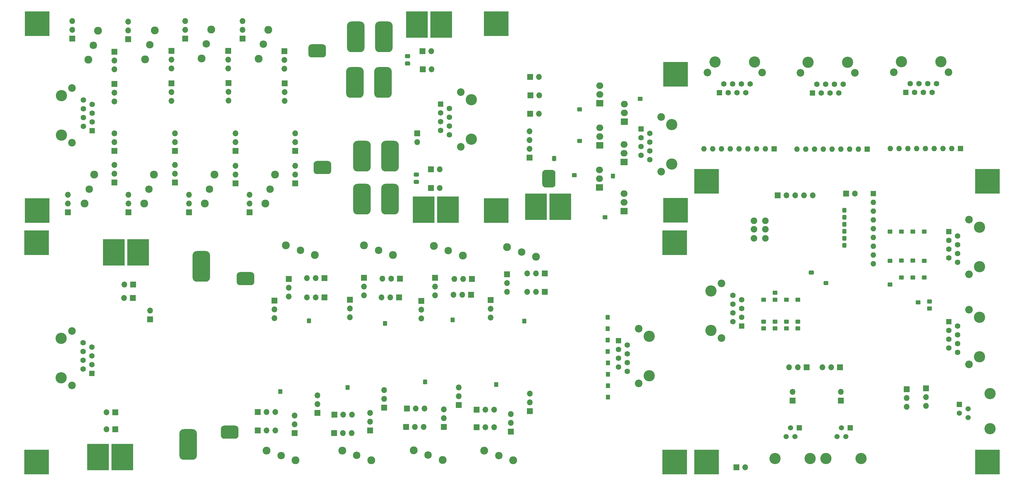
<source format=gbr>
%TF.GenerationSoftware,KiCad,Pcbnew,8.0.1*%
%TF.CreationDate,2024-04-02T21:45:17-06:00*%
%TF.ProjectId,ATV_Project_Slave Barg,4154565f-5072-46f6-9a65-63745f536c61,rev?*%
%TF.SameCoordinates,Original*%
%TF.FileFunction,Soldermask,Bot*%
%TF.FilePolarity,Negative*%
%FSLAX46Y46*%
G04 Gerber Fmt 4.6, Leading zero omitted, Abs format (unit mm)*
G04 Created by KiCad (PCBNEW 8.0.1) date 2024-04-02 21:45:17*
%MOMM*%
%LPD*%
G01*
G04 APERTURE LIST*
G04 Aperture macros list*
%AMRoundRect*
0 Rectangle with rounded corners*
0 $1 Rounding radius*
0 $2 $3 $4 $5 $6 $7 $8 $9 X,Y pos of 4 corners*
0 Add a 4 corners polygon primitive as box body*
4,1,4,$2,$3,$4,$5,$6,$7,$8,$9,$2,$3,0*
0 Add four circle primitives for the rounded corners*
1,1,$1+$1,$2,$3*
1,1,$1+$1,$4,$5*
1,1,$1+$1,$6,$7*
1,1,$1+$1,$8,$9*
0 Add four rect primitives between the rounded corners*
20,1,$1+$1,$2,$3,$4,$5,0*
20,1,$1+$1,$4,$5,$6,$7,0*
20,1,$1+$1,$6,$7,$8,$9,0*
20,1,$1+$1,$8,$9,$2,$3,0*%
G04 Aperture macros list end*
%ADD10C,3.250000*%
%ADD11RoundRect,0.248000X-0.552000X0.552000X-0.552000X-0.552000X0.552000X-0.552000X0.552000X0.552000X0*%
%ADD12C,1.600000*%
%ADD13C,2.200000*%
%ADD14RoundRect,0.248000X0.552000X-0.552000X0.552000X0.552000X-0.552000X0.552000X-0.552000X-0.552000X0*%
%ADD15RoundRect,0.248000X0.552000X0.552000X-0.552000X0.552000X-0.552000X-0.552000X0.552000X-0.552000X0*%
%ADD16R,1.600000X1.600000*%
%ADD17O,1.600000X1.600000*%
%ADD18R,1.700000X1.700000*%
%ADD19O,1.700000X1.700000*%
%ADD20R,7.112000X7.112000*%
%ADD21RoundRect,0.250000X0.350000X0.450000X-0.350000X0.450000X-0.350000X-0.450000X0.350000X-0.450000X0*%
%ADD22RoundRect,0.250000X-0.450000X0.350000X-0.450000X-0.350000X0.450000X-0.350000X0.450000X0.350000X0*%
%ADD23RoundRect,0.250000X0.450000X-0.350000X0.450000X0.350000X-0.450000X0.350000X-0.450000X-0.350000X0*%
%ADD24O,2.000000X1.905000*%
%ADD25R,2.000000X1.905000*%
%ADD26R,6.350000X7.620000*%
%ADD27RoundRect,0.952500X-0.952500X-1.587500X0.952500X-1.587500X0.952500X1.587500X-0.952500X1.587500X0*%
%ADD28RoundRect,0.250000X-0.337500X-0.475000X0.337500X-0.475000X0.337500X0.475000X-0.337500X0.475000X0*%
%ADD29RoundRect,1.270000X-1.270000X-3.175000X1.270000X-3.175000X1.270000X3.175000X-1.270000X3.175000X0*%
%ADD30C,2.286000*%
%ADD31C,2.159000*%
%ADD32RoundRect,0.250000X0.325000X0.450000X-0.325000X0.450000X-0.325000X-0.450000X0.325000X-0.450000X0*%
%ADD33RoundRect,0.250000X-0.475000X0.337500X-0.475000X-0.337500X0.475000X-0.337500X0.475000X0.337500X0*%
%ADD34RoundRect,0.250000X-0.350000X-0.450000X0.350000X-0.450000X0.350000X0.450000X-0.350000X0.450000X0*%
%ADD35RoundRect,1.270000X1.270000X3.175000X-1.270000X3.175000X-1.270000X-3.175000X1.270000X-3.175000X0*%
%ADD36RoundRect,0.952500X1.587500X-0.952500X1.587500X0.952500X-1.587500X0.952500X-1.587500X-0.952500X0*%
%ADD37C,1.905000*%
%ADD38R,1.520000X1.520000*%
%ADD39C,1.520000*%
%ADD40RoundRect,0.250000X0.450000X-0.325000X0.450000X0.325000X-0.450000X0.325000X-0.450000X-0.325000X0*%
%ADD41RoundRect,0.952500X-1.587500X0.952500X-1.587500X-0.952500X1.587500X-0.952500X1.587500X0.952500X0*%
%ADD42RoundRect,0.250000X0.475000X-0.337500X0.475000X0.337500X-0.475000X0.337500X-0.475000X-0.337500X0*%
G04 APERTURE END LIST*
D10*
%TO.C,J2*%
X205540000Y-97756600D03*
X205540000Y-109186600D03*
D11*
X214430000Y-107916600D03*
D12*
X211890000Y-106646600D03*
X214430000Y-105376600D03*
X211890000Y-104106600D03*
X214430000Y-102836600D03*
X211890000Y-101566600D03*
X214430000Y-100296600D03*
X211890000Y-99026600D03*
D13*
X208590000Y-95571600D03*
X208590000Y-111371600D03*
%TD*%
D10*
%TO.C,J46*%
X194182500Y-61033000D03*
X194182500Y-49603000D03*
D14*
X185292500Y-50873000D03*
D12*
X187832500Y-52143000D03*
X185292500Y-53413000D03*
X187832500Y-54683000D03*
X185292500Y-55953000D03*
X187832500Y-57223000D03*
X185292500Y-58493000D03*
X187832500Y-59763000D03*
D13*
X191132500Y-63218000D03*
X191132500Y-47418000D03*
%TD*%
D10*
%TO.C,J25*%
X272098977Y-31394740D03*
X260668977Y-31394740D03*
D15*
X261938977Y-40284740D03*
D12*
X263208977Y-37744740D03*
X264478977Y-40284740D03*
X265748977Y-37744740D03*
X267018977Y-40284740D03*
X268288977Y-37744740D03*
X269558977Y-40284740D03*
X270828977Y-37744740D03*
D13*
X274283977Y-34444740D03*
X258483977Y-34444740D03*
%TD*%
D10*
%TO.C,J25*%
X245047688Y-31504705D03*
X233617688Y-31504705D03*
D15*
X234887688Y-40394705D03*
D12*
X236157688Y-37854705D03*
X237427688Y-40394705D03*
X238697688Y-37854705D03*
X239967688Y-40394705D03*
X241237688Y-37854705D03*
X242507688Y-40394705D03*
X243777688Y-37854705D03*
D13*
X247232688Y-34554705D03*
X231432688Y-34554705D03*
%TD*%
D10*
%TO.C,J6*%
X283264000Y-116786000D03*
X283264000Y-105356000D03*
D14*
X274374000Y-106626000D03*
D12*
X276914000Y-107896000D03*
X274374000Y-109166000D03*
X276914000Y-110436000D03*
X274374000Y-111706000D03*
X276914000Y-112976000D03*
X274374000Y-114246000D03*
X276914000Y-115516000D03*
D13*
X280214000Y-118971000D03*
X280214000Y-103171000D03*
%TD*%
%TO.C,J18*%
X133148000Y-40179000D03*
X133148000Y-55979000D03*
D12*
X129848000Y-52524000D03*
X127308000Y-51254000D03*
X129848000Y-49984000D03*
X127308000Y-48714000D03*
X129848000Y-47444000D03*
X127308000Y-46174000D03*
X129848000Y-44904000D03*
D14*
X127308000Y-43634000D03*
D10*
X136198000Y-42364000D03*
X136198000Y-53794000D03*
%TD*%
D13*
%TO.C,J35*%
X20587500Y-125121000D03*
X20587500Y-109321000D03*
D12*
X23887500Y-112776000D03*
X26427500Y-114046000D03*
X23887500Y-115316000D03*
X26427500Y-116586000D03*
X23887500Y-117856000D03*
X26427500Y-119126000D03*
X23887500Y-120396000D03*
D11*
X26427500Y-121666000D03*
D10*
X17537500Y-122936000D03*
X17537500Y-111506000D03*
%TD*%
%TO.C,J25*%
X218139000Y-31458000D03*
X206709000Y-31458000D03*
D15*
X207979000Y-40348000D03*
D12*
X209249000Y-37808000D03*
X210519000Y-40348000D03*
X211789000Y-37808000D03*
X213059000Y-40348000D03*
X214329000Y-37808000D03*
X215599000Y-40348000D03*
X216869000Y-37808000D03*
D13*
X220324000Y-34508000D03*
X204524000Y-34508000D03*
%TD*%
%TO.C,J26*%
X184644500Y-108686000D03*
X184644500Y-124486000D03*
D12*
X181344500Y-121031000D03*
X178804500Y-119761000D03*
X181344500Y-118491000D03*
X178804500Y-117221000D03*
X181344500Y-115951000D03*
X178804500Y-114681000D03*
X181344500Y-113411000D03*
D14*
X178804500Y-112141000D03*
D10*
X187694500Y-110871000D03*
X187694500Y-122301000D03*
%TD*%
%TO.C,J5*%
X283265000Y-90751000D03*
X283265000Y-79321000D03*
D14*
X274375000Y-80591000D03*
D12*
X276915000Y-81861000D03*
X274375000Y-83131000D03*
X276915000Y-84401000D03*
X274375000Y-85671000D03*
X276915000Y-86941000D03*
X274375000Y-88211000D03*
X276915000Y-89481000D03*
D13*
X280215000Y-92936000D03*
X280215000Y-77136000D03*
%TD*%
%TO.C,J9*%
X20641500Y-54836000D03*
X20641500Y-39036000D03*
D12*
X23941500Y-42491000D03*
X26481500Y-43761000D03*
X23941500Y-45031000D03*
X26481500Y-46301000D03*
X23941500Y-47571000D03*
X26481500Y-48841000D03*
X23941500Y-50111000D03*
D11*
X26481500Y-51381000D03*
D10*
X17591500Y-52651000D03*
X17591500Y-41221000D03*
%TD*%
D16*
%TO.C,RN2*%
X277787977Y-56542740D03*
D17*
X275247977Y-56542740D03*
X272707977Y-56542740D03*
X270167977Y-56542740D03*
X267627977Y-56542740D03*
X265087977Y-56542740D03*
X262547977Y-56542740D03*
X260007977Y-56542740D03*
X257467977Y-56542740D03*
%TD*%
D16*
%TO.C,RN2*%
X250736688Y-56652705D03*
D17*
X248196688Y-56652705D03*
X245656688Y-56652705D03*
X243116688Y-56652705D03*
X240576688Y-56652705D03*
X238036688Y-56652705D03*
X235496688Y-56652705D03*
X232956688Y-56652705D03*
X230416688Y-56652705D03*
%TD*%
D18*
%TO.C,JP35*%
X110984000Y-131542000D03*
D19*
X110984000Y-129002000D03*
X110984000Y-126462000D03*
%TD*%
D20*
%TO.C,*%
X10414000Y-147320000D03*
%TD*%
%TO.C,*%
X10414000Y-83820000D03*
%TD*%
%TO.C,*%
X195072000Y-147320000D03*
%TD*%
%TO.C,*%
X195072000Y-83820000D03*
%TD*%
D21*
%TO.C,R76*%
X177179000Y-64462000D03*
%TD*%
D22*
%TO.C,R75*%
X167511000Y-45142000D03*
%TD*%
D23*
%TO.C,R74*%
X185037000Y-42126000D03*
%TD*%
D22*
%TO.C,R73*%
X167511000Y-54286000D03*
%TD*%
%TO.C,R72*%
X165987000Y-64192000D03*
%TD*%
%TO.C,R71*%
X174877000Y-76384000D03*
%TD*%
D24*
%TO.C,Q6*%
X173353000Y-38300000D03*
X173353000Y-40840000D03*
D25*
X173353000Y-43380000D03*
%TD*%
D24*
%TO.C,Q5*%
X180465000Y-43634000D03*
X180465000Y-46174000D03*
D25*
X180465000Y-48714000D03*
%TD*%
D24*
%TO.C,Q4*%
X173353000Y-50492000D03*
X173353000Y-53032000D03*
D25*
X173353000Y-55572000D03*
%TD*%
D24*
%TO.C,Q3*%
X180394000Y-55318000D03*
X180394000Y-57858000D03*
D25*
X180394000Y-60398000D03*
%TD*%
D24*
%TO.C,Q2*%
X173282000Y-62684000D03*
X173282000Y-65224000D03*
D25*
X173282000Y-67764000D03*
%TD*%
D24*
%TO.C,Q1*%
X180394000Y-69542000D03*
X180394000Y-72082000D03*
D25*
X180394000Y-74622000D03*
%TD*%
D26*
%TO.C,J47*%
X161923000Y-73352000D03*
X154925300Y-73352000D03*
%TD*%
D19*
%TO.C,J45*%
X155827000Y-41094000D03*
D18*
X153287000Y-41094000D03*
%TD*%
D19*
%TO.C,J44*%
X155795000Y-35782000D03*
D18*
X153255000Y-35782000D03*
%TD*%
D19*
%TO.C,J43*%
X153033000Y-51508000D03*
X153033000Y-54048000D03*
X153033000Y-56588000D03*
D18*
X153033000Y-59128000D03*
%TD*%
D19*
%TO.C,J42*%
X155795000Y-46450000D03*
D18*
X153255000Y-46450000D03*
%TD*%
D27*
%TO.C,C19*%
X158621000Y-65224000D03*
%TD*%
D28*
%TO.C,C18*%
X160166500Y-59382000D03*
%TD*%
D29*
%TO.C,L4*%
X112647000Y-58747000D03*
X104519000Y-58747000D03*
%TD*%
D18*
%TO.C,JP10*%
X65911000Y-37596149D03*
D19*
X65911000Y-40136149D03*
X65911000Y-42676149D03*
%TD*%
D30*
%TO.C,F6*%
X59053000Y-72463000D03*
X61847000Y-64081000D03*
D31*
X60450000Y-68272000D03*
%TD*%
D30*
%TO.C,F4*%
X77424000Y-22112851D03*
X74630000Y-30494851D03*
D31*
X76027000Y-26303851D03*
%TD*%
D30*
%TO.C,F16*%
X154940000Y-87884000D03*
X146558000Y-85090000D03*
D31*
X150749000Y-86487000D03*
%TD*%
D32*
%TO.C,D10*%
X244139000Y-82496000D03*
%TD*%
D20*
%TO.C,*%
X143381000Y-74495000D03*
%TD*%
D21*
%TO.C,R68*%
X143405000Y-124873000D03*
%TD*%
D23*
%TO.C,R43*%
X267263000Y-93831000D03*
%TD*%
D33*
%TO.C,C1*%
X234616750Y-92445000D03*
%TD*%
D22*
%TO.C,R44*%
X267263000Y-89005000D03*
%TD*%
D34*
%TO.C,R63*%
X130794000Y-106172000D03*
%TD*%
D19*
%TO.C,JP32*%
X142778000Y-132096000D03*
X140238000Y-132096000D03*
D18*
X137698000Y-132096000D03*
%TD*%
%TO.C,JP47*%
X136390000Y-94256000D03*
D19*
X133850000Y-94256000D03*
X131310000Y-94256000D03*
%TD*%
D18*
%TO.C,JP11*%
X82167000Y-37665000D03*
D19*
X82167000Y-40205000D03*
X82167000Y-42745000D03*
%TD*%
D32*
%TO.C,D13*%
X244139000Y-76400000D03*
%TD*%
D18*
%TO.C,JP15*%
X32869000Y-57215000D03*
D19*
X32869000Y-54675000D03*
X32869000Y-52135000D03*
%TD*%
D18*
%TO.C,JP19*%
X69953000Y-24703000D03*
D19*
X69953000Y-22163000D03*
X69953000Y-19623000D03*
%TD*%
D18*
%TO.C,J13*%
X82123000Y-28335851D03*
D19*
X82123000Y-30875851D03*
X82123000Y-33415851D03*
%TD*%
D18*
%TO.C,JP9*%
X49401000Y-37604149D03*
D19*
X49401000Y-40144149D03*
X49401000Y-42684149D03*
%TD*%
D18*
%TO.C,J24*%
X122121200Y-33601000D03*
D19*
X124661200Y-33601000D03*
%TD*%
D17*
%TO.C,RN2*%
X203508000Y-56606000D03*
X206048000Y-56606000D03*
X208588000Y-56606000D03*
X211128000Y-56606000D03*
X213668000Y-56606000D03*
X216208000Y-56606000D03*
X218748000Y-56606000D03*
X221288000Y-56606000D03*
D16*
X223828000Y-56606000D03*
%TD*%
D34*
%TO.C,R48*%
X175684500Y-112014000D03*
%TD*%
D18*
%TO.C,JP12*%
X85215000Y-57223000D03*
D19*
X85215000Y-54683000D03*
X85215000Y-52143000D03*
%TD*%
D31*
%TO.C,F13*%
X86741000Y-85979000D03*
D30*
X82550000Y-84582000D03*
X90932000Y-87376000D03*
%TD*%
D18*
%TO.C,J21*%
X124553000Y-67913000D03*
D19*
X127093000Y-67913000D03*
%TD*%
D30*
%TO.C,F2*%
X44563000Y-22298000D03*
X41769000Y-30680000D03*
D31*
X43166000Y-26489000D03*
%TD*%
D21*
%TO.C,R54*%
X122803000Y-124079000D03*
%TD*%
D30*
%TO.C,F15*%
X133731000Y-87503000D03*
X125349000Y-84709000D03*
D31*
X129540000Y-86106000D03*
%TD*%
D18*
%TO.C,J11*%
X49401000Y-28267000D03*
D19*
X49401000Y-30807000D03*
X49401000Y-33347000D03*
%TD*%
D18*
%TO.C,JP31*%
X96536000Y-133560000D03*
D19*
X99076000Y-133560000D03*
X101616000Y-133560000D03*
%TD*%
D35*
%TO.C,L6*%
X54284000Y-142196000D03*
%TD*%
D19*
%TO.C,JP3*%
X228166500Y-119854500D03*
X230706500Y-119854500D03*
D18*
X233246500Y-119854500D03*
%TD*%
%TO.C,J12*%
X65867000Y-28267000D03*
D19*
X65867000Y-30807000D03*
X65867000Y-33347000D03*
%TD*%
D32*
%TO.C,D14*%
X244139000Y-74368000D03*
%TD*%
D19*
%TO.C,JP37*%
X79248000Y-105664000D03*
X79248000Y-103124000D03*
D18*
X79248000Y-100584000D03*
%TD*%
%TO.C,J14*%
X85215000Y-66621000D03*
D19*
X85215000Y-64081000D03*
X85215000Y-61541000D03*
%TD*%
D22*
%TO.C,R41*%
X260659000Y-88989000D03*
%TD*%
D23*
%TO.C,R13*%
X230686000Y-100260000D03*
%TD*%
D29*
%TO.C,L1*%
X110615000Y-37411000D03*
X102487000Y-37411000D03*
%TD*%
D19*
%TO.C,J40*%
X30647100Y-132910000D03*
D18*
X33187100Y-132910000D03*
%TD*%
D34*
%TO.C,R53*%
X111252000Y-107188000D03*
%TD*%
D18*
%TO.C,JP45*%
X93718000Y-94002000D03*
D19*
X91178000Y-94002000D03*
X88638000Y-94002000D03*
%TD*%
D20*
%TO.C,*%
X204270000Y-147266000D03*
%TD*%
D22*
%TO.C,R42*%
X263961000Y-88989000D03*
%TD*%
D20*
%TO.C,*%
X204270000Y-65986000D03*
%TD*%
D23*
%TO.C,R38*%
X260659000Y-93831000D03*
%TD*%
D18*
%TO.C,JP43*%
X96528000Y-138916000D03*
D19*
X99068000Y-138916000D03*
X101608000Y-138916000D03*
%TD*%
D30*
%TO.C,F5*%
X76579000Y-72463000D03*
X79373000Y-64081000D03*
D31*
X77976000Y-68272000D03*
%TD*%
D19*
%TO.C,JP33*%
X153162000Y-127508000D03*
X153162000Y-130048000D03*
D18*
X153162000Y-132588000D03*
%TD*%
D17*
%TO.C,RN1*%
X252521000Y-89862000D03*
X252521000Y-87322000D03*
X252521000Y-84782000D03*
X252521000Y-82242000D03*
X252521000Y-79702000D03*
X252521000Y-77162000D03*
X252521000Y-74622000D03*
X252521000Y-72082000D03*
D16*
X252521000Y-69542000D03*
%TD*%
D18*
%TO.C,J10*%
X32891000Y-28521000D03*
D19*
X32891000Y-31061000D03*
X32891000Y-33601000D03*
%TD*%
D34*
%TO.C,R51*%
X151511000Y-106434000D03*
%TD*%
D36*
%TO.C,C17*%
X70866000Y-94234000D03*
%TD*%
D19*
%TO.C,JP1*%
X237818500Y-119854500D03*
X240358500Y-119854500D03*
D18*
X242898500Y-119854500D03*
%TD*%
D30*
%TO.C,F14*%
X113538000Y-87376000D03*
X105156000Y-84582000D03*
D31*
X109347000Y-85979000D03*
%TD*%
%TO.C,F9*%
X144145000Y-145415000D03*
D30*
X148336000Y-146812000D03*
X139954000Y-144018000D03*
%TD*%
D18*
%TO.C,J34*%
X146558000Y-92964000D03*
D19*
X146558000Y-95504000D03*
X146558000Y-98044000D03*
%TD*%
D34*
%TO.C,R47*%
X175684500Y-105410000D03*
%TD*%
D23*
%TO.C,R19*%
X220780000Y-100260000D03*
%TD*%
D30*
%TO.C,F11*%
X98822000Y-143974000D03*
X107204000Y-146768000D03*
D31*
X103013000Y-145371000D03*
%TD*%
D19*
%TO.C,JP7*%
X247164000Y-69564000D03*
D18*
X244624000Y-69564000D03*
%TD*%
D34*
%TO.C,R64*%
X89243000Y-106418000D03*
%TD*%
D20*
%TO.C,*%
X143381000Y-20393000D03*
%TD*%
D34*
%TO.C,R61*%
X175740500Y-121888200D03*
%TD*%
%TO.C,R50*%
X175740500Y-118586200D03*
%TD*%
D18*
%TO.C,JP39*%
X121688000Y-100592000D03*
D19*
X121688000Y-103132000D03*
X121688000Y-105672000D03*
%TD*%
%TO.C,J33*%
X125730000Y-99060000D03*
X125730000Y-96520000D03*
D18*
X125730000Y-93980000D03*
%TD*%
D21*
%TO.C,R55*%
X80937000Y-126881000D03*
%TD*%
D23*
%TO.C,R21*%
X268786000Y-100816000D03*
X268786000Y-102816000D03*
%TD*%
D18*
%TO.C,JP25*%
X157480000Y-98044000D03*
D19*
X154940000Y-98044000D03*
X152400000Y-98044000D03*
%TD*%
D18*
%TO.C,JP8*%
X32913000Y-37842149D03*
D19*
X32913000Y-40382149D03*
X32913000Y-42922149D03*
%TD*%
D21*
%TO.C,R66*%
X100370000Y-125708000D03*
%TD*%
D18*
%TO.C,JP17*%
X36921000Y-24830000D03*
D19*
X36921000Y-22290000D03*
X36921000Y-19750000D03*
%TD*%
D18*
%TO.C,J30*%
X85068000Y-138930000D03*
D19*
X85068000Y-136390000D03*
X85068000Y-133850000D03*
%TD*%
D29*
%TO.C,L3*%
X112647000Y-71193000D03*
X104519000Y-71193000D03*
%TD*%
D18*
%TO.C,JP13*%
X67943000Y-57223000D03*
D19*
X67943000Y-54683000D03*
X67943000Y-52143000D03*
%TD*%
D23*
%TO.C,R16*%
X227384000Y-100260000D03*
%TD*%
D19*
%TO.C,JP27*%
X122682000Y-131826000D03*
X120142000Y-131826000D03*
D18*
X117602000Y-131826000D03*
%TD*%
%TO.C,JP26*%
X115308000Y-99590000D03*
D19*
X112768000Y-99590000D03*
X110228000Y-99590000D03*
%TD*%
D20*
%TO.C,*%
X195268000Y-34998000D03*
%TD*%
D18*
%TO.C,JP18*%
X53399000Y-24703000D03*
D19*
X53399000Y-22163000D03*
X53399000Y-19623000D03*
%TD*%
D23*
%TO.C,R35*%
X257357000Y-95871000D03*
%TD*%
%TO.C,R25*%
X265484000Y-101054000D03*
%TD*%
D29*
%TO.C,L2*%
X110869000Y-24203000D03*
X102741000Y-24203000D03*
%TD*%
D20*
%TO.C,*%
X195268000Y-74368000D03*
%TD*%
D32*
%TO.C,D9*%
X244139000Y-84528000D03*
%TD*%
D18*
%TO.C,JP46*%
X115570000Y-94234000D03*
D19*
X113030000Y-94234000D03*
X110490000Y-94234000D03*
%TD*%
D18*
%TO.C,JP48*%
X157488000Y-92688000D03*
D19*
X154948000Y-92688000D03*
X152408000Y-92688000D03*
%TD*%
D18*
%TO.C,JP49*%
X43202000Y-105950000D03*
D19*
X43202000Y-103410000D03*
%TD*%
%TO.C,J27*%
X147596000Y-133358000D03*
X147596000Y-135898000D03*
D18*
X147596000Y-138438000D03*
%TD*%
D30*
%TO.C,F3*%
X60914000Y-22044000D03*
X58120000Y-30426000D03*
D31*
X59517000Y-26235000D03*
%TD*%
D18*
%TO.C,J15*%
X67943000Y-66621000D03*
D19*
X67943000Y-64081000D03*
X67943000Y-61541000D03*
%TD*%
D22*
%TO.C,R8*%
X227384000Y-108610000D03*
X227384000Y-106610000D03*
%TD*%
D18*
%TO.C,JP16*%
X20699000Y-24711000D03*
D19*
X20699000Y-22171000D03*
X20699000Y-19631000D03*
%TD*%
%TO.C,JP30*%
X88638000Y-99590000D03*
X91178000Y-99590000D03*
D18*
X93718000Y-99590000D03*
%TD*%
%TO.C,J16*%
X50417000Y-66367000D03*
D19*
X50417000Y-63827000D03*
X50417000Y-61287000D03*
%TD*%
%TO.C,J1*%
X235004000Y-70050000D03*
X232464000Y-70050000D03*
X229924000Y-70050000D03*
X227384000Y-70050000D03*
D18*
X224844000Y-70050000D03*
%TD*%
D37*
%TO.C,SW1*%
X217960600Y-82496000D03*
X217960600Y-79905200D03*
X217960600Y-77416000D03*
X221288000Y-77416000D03*
X221288000Y-79905200D03*
X221288000Y-82496000D03*
%TD*%
D19*
%TO.C,JP5*%
X262182000Y-131264000D03*
X262182000Y-128724000D03*
D18*
X262182000Y-126184000D03*
%TD*%
D34*
%TO.C,R49*%
X175740500Y-125190200D03*
%TD*%
D22*
%TO.C,R11*%
X230686000Y-108610000D03*
X230686000Y-106610000D03*
%TD*%
%TO.C,R4*%
X220780000Y-108626000D03*
X220780000Y-106626000D03*
%TD*%
D19*
%TO.C,JP41*%
X142778000Y-137176000D03*
X140238000Y-137176000D03*
D18*
X137698000Y-137176000D03*
%TD*%
%TO.C,JP14*%
X50417000Y-57223000D03*
D19*
X50417000Y-54683000D03*
X50417000Y-52143000D03*
%TD*%
D18*
%TO.C,JP4*%
X243152500Y-129511500D03*
D19*
X243152500Y-126971500D03*
%TD*%
D18*
%TO.C,J17*%
X32891000Y-66367000D03*
D19*
X32891000Y-63827000D03*
X32891000Y-61287000D03*
%TD*%
D10*
%TO.C,J4*%
X238834500Y-146258000D03*
X248994500Y-146258000D03*
D38*
X245824500Y-137368000D03*
D39*
X244554500Y-139908000D03*
X243284500Y-137368000D03*
X242014500Y-139908000D03*
%TD*%
D19*
%TO.C,J38*%
X35718000Y-99766000D03*
D18*
X38258000Y-99766000D03*
%TD*%
D22*
%TO.C,R7*%
X224082000Y-108610000D03*
X224082000Y-106610000D03*
%TD*%
D35*
%TO.C,L8*%
X58070000Y-90622000D03*
%TD*%
D19*
%TO.C,J31*%
X83334000Y-99322000D03*
X83334000Y-96782000D03*
D18*
X83334000Y-94242000D03*
%TD*%
D19*
%TO.C,J28*%
X128270000Y-132080000D03*
X128270000Y-134620000D03*
D18*
X128270000Y-137160000D03*
%TD*%
D26*
%TO.C,J20*%
X120457500Y-20647000D03*
X127455200Y-20647000D03*
%TD*%
D20*
%TO.C,*%
X285550000Y-65986000D03*
%TD*%
D23*
%TO.C,R17*%
X224082000Y-98260000D03*
X224082000Y-100260000D03*
%TD*%
D19*
%TO.C,J36*%
X35750000Y-95934000D03*
D18*
X38290000Y-95934000D03*
%TD*%
D19*
%TO.C,JP6*%
X267770000Y-131010000D03*
X267770000Y-128470000D03*
D18*
X267770000Y-125930000D03*
%TD*%
D36*
%TO.C,C10*%
X91565000Y-28267000D03*
%TD*%
D26*
%TO.C,J37*%
X28175700Y-145852000D03*
X35173400Y-145852000D03*
%TD*%
D40*
%TO.C,D3*%
X238814000Y-95450000D03*
%TD*%
D34*
%TO.C,R60*%
X175684500Y-115316000D03*
%TD*%
%TO.C,R59*%
X175684500Y-108712000D03*
%TD*%
D18*
%TO.C,JP24*%
X120521000Y-52111000D03*
D19*
X120521000Y-54651000D03*
%TD*%
D26*
%TO.C,J22*%
X122413300Y-74241000D03*
X129411000Y-74241000D03*
%TD*%
D18*
%TO.C,JP21*%
X54459000Y-74995000D03*
D19*
X54459000Y-72455000D03*
X54459000Y-69915000D03*
%TD*%
D30*
%TO.C,F1*%
X28192000Y-22425000D03*
X25398000Y-30807000D03*
D31*
X26795000Y-26616000D03*
%TD*%
D32*
%TO.C,D11*%
X244139000Y-80464000D03*
%TD*%
D18*
%TO.C,JP23*%
X19429000Y-75003000D03*
D19*
X19429000Y-72463000D03*
X19429000Y-69923000D03*
%TD*%
D20*
%TO.C,*%
X10539000Y-20393000D03*
%TD*%
D18*
%TO.C,JP34*%
X132588000Y-130810000D03*
D19*
X132588000Y-128270000D03*
X132588000Y-125730000D03*
%TD*%
D18*
%TO.C,J32*%
X105134000Y-93972000D03*
D19*
X105134000Y-96512000D03*
X105134000Y-99052000D03*
%TD*%
D20*
%TO.C,REF\u002A\u002A*%
X10539000Y-74495000D03*
%TD*%
D23*
%TO.C,R36*%
X257357000Y-80591000D03*
%TD*%
D18*
%TO.C,JP36*%
X91650000Y-133080000D03*
D19*
X91650000Y-130540000D03*
X91650000Y-128000000D03*
%TD*%
D10*
%TO.C,J3*%
X224102500Y-146258000D03*
X234262500Y-146258000D03*
D38*
X231092500Y-137368000D03*
D39*
X229822500Y-139908000D03*
X228552500Y-137368000D03*
X227282500Y-139908000D03*
%TD*%
D18*
%TO.C,JP20*%
X71985000Y-74995000D03*
D19*
X71985000Y-72455000D03*
X71985000Y-69915000D03*
%TD*%
D31*
%TO.C,F10*%
X123698000Y-145288000D03*
D30*
X127889000Y-146685000D03*
X119507000Y-143891000D03*
%TD*%
D20*
%TO.C,*%
X285550000Y-147266000D03*
%TD*%
D23*
%TO.C,R32*%
X263961000Y-80591000D03*
%TD*%
D18*
%TO.C,JP40*%
X141754000Y-100338000D03*
D19*
X141754000Y-102878000D03*
X141754000Y-105418000D03*
%TD*%
D34*
%TO.C,R62*%
X175740500Y-128492200D03*
%TD*%
D26*
%TO.C,J39*%
X32766000Y-86614000D03*
X39763700Y-86614000D03*
%TD*%
D19*
%TO.C,J41*%
X30583100Y-137780000D03*
D18*
X33123100Y-137780000D03*
%TD*%
%TO.C,JP38*%
X101092000Y-100330000D03*
D19*
X101092000Y-102870000D03*
X101092000Y-105410000D03*
%TD*%
D18*
%TO.C,JP29*%
X136136000Y-98828000D03*
D19*
X133596000Y-98828000D03*
X131056000Y-98828000D03*
%TD*%
D41*
%TO.C,C16*%
X66294000Y-138684000D03*
%TD*%
D18*
%TO.C,J8*%
X212874000Y-148812000D03*
D19*
X215414000Y-148812000D03*
%TD*%
D18*
%TO.C,JP44*%
X74422000Y-138176000D03*
D19*
X76962000Y-138176000D03*
X79502000Y-138176000D03*
%TD*%
D22*
%TO.C,R37*%
X257357000Y-89021000D03*
%TD*%
D30*
%TO.C,F12*%
X76962000Y-144018000D03*
X85344000Y-146812000D03*
D31*
X81153000Y-145415000D03*
%TD*%
D19*
%TO.C,JP28*%
X79502000Y-132842000D03*
X76962000Y-132842000D03*
D18*
X74422000Y-132842000D03*
%TD*%
D32*
%TO.C,D12*%
X244139000Y-78432000D03*
%TD*%
D18*
%TO.C,J29*%
X106920000Y-138146000D03*
D19*
X106920000Y-135606000D03*
X106920000Y-133066000D03*
%TD*%
D18*
%TO.C,JP22*%
X36955000Y-75003000D03*
D19*
X36955000Y-72463000D03*
X36955000Y-69923000D03*
%TD*%
D30*
%TO.C,F7*%
X41527000Y-72463000D03*
X44321000Y-64081000D03*
D31*
X42924000Y-68272000D03*
%TD*%
D30*
%TO.C,F8*%
X24255000Y-72463000D03*
X27049000Y-64081000D03*
D31*
X25652000Y-68272000D03*
%TD*%
D18*
%TO.C,J19*%
X124553000Y-62557000D03*
D19*
X127093000Y-62557000D03*
%TD*%
D10*
%TO.C,J7*%
X286312000Y-137614000D03*
X286312000Y-127454000D03*
D38*
X277422000Y-130624000D03*
D39*
X279962000Y-131894000D03*
X277422000Y-133164000D03*
X279962000Y-134434000D03*
%TD*%
D18*
%TO.C,JP2*%
X229182500Y-129511500D03*
D19*
X229182500Y-126971500D03*
%TD*%
D23*
%TO.C,R40*%
X263961000Y-93831000D03*
%TD*%
D36*
%TO.C,C11*%
X93089000Y-62049000D03*
%TD*%
D23*
%TO.C,R33*%
X260659000Y-80591000D03*
%TD*%
%TO.C,R29*%
X267263000Y-80591000D03*
%TD*%
D18*
%TO.C,J23*%
X122089200Y-28289000D03*
D19*
X124629200Y-28289000D03*
%TD*%
%TO.C,JP42*%
X122428000Y-137160000D03*
X119888000Y-137160000D03*
D18*
X117348000Y-137160000D03*
%TD*%
D42*
%TO.C,C6*%
X117727000Y-31844500D03*
X117727000Y-29769500D03*
%TD*%
%TO.C,C7*%
X120267000Y-66134500D03*
X120267000Y-64059500D03*
%TD*%
M02*

</source>
